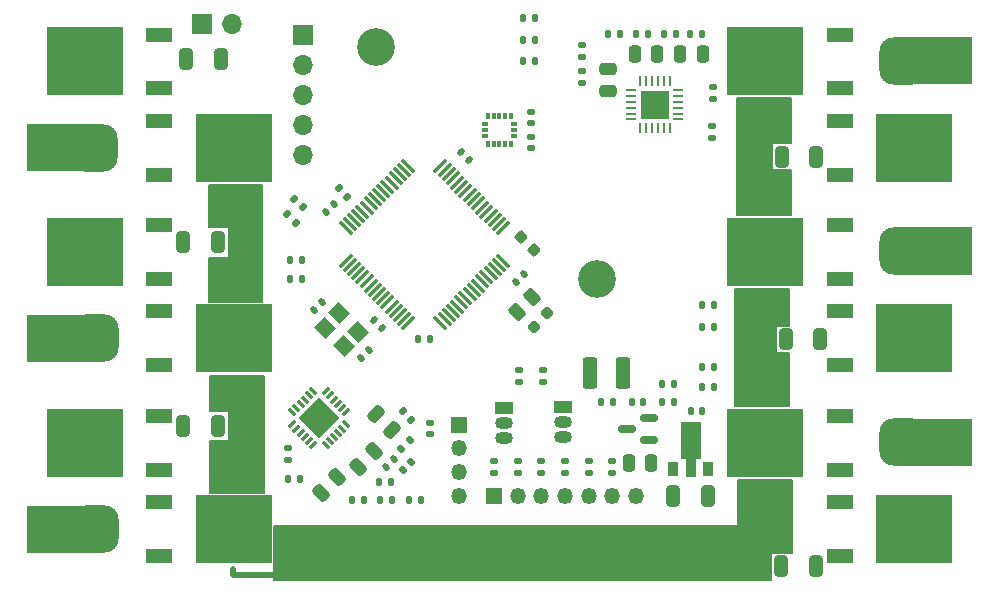
<source format=gbr>
%TF.GenerationSoftware,KiCad,Pcbnew,(6.0.5)*%
%TF.CreationDate,2023-08-08T13:01:53+01:00*%
%TF.ProjectId,Melty,4d656c74-792e-46b6-9963-61645f706362,rev?*%
%TF.SameCoordinates,Original*%
%TF.FileFunction,Soldermask,Top*%
%TF.FilePolarity,Negative*%
%FSLAX46Y46*%
G04 Gerber Fmt 4.6, Leading zero omitted, Abs format (unit mm)*
G04 Created by KiCad (PCBNEW (6.0.5)) date 2023-08-08 13:01:53*
%MOMM*%
%LPD*%
G01*
G04 APERTURE LIST*
G04 Aperture macros list*
%AMRoundRect*
0 Rectangle with rounded corners*
0 $1 Rounding radius*
0 $2 $3 $4 $5 $6 $7 $8 $9 X,Y pos of 4 corners*
0 Add a 4 corners polygon primitive as box body*
4,1,4,$2,$3,$4,$5,$6,$7,$8,$9,$2,$3,0*
0 Add four circle primitives for the rounded corners*
1,1,$1+$1,$2,$3*
1,1,$1+$1,$4,$5*
1,1,$1+$1,$6,$7*
1,1,$1+$1,$8,$9*
0 Add four rect primitives between the rounded corners*
20,1,$1+$1,$2,$3,$4,$5,0*
20,1,$1+$1,$4,$5,$6,$7,0*
20,1,$1+$1,$6,$7,$8,$9,0*
20,1,$1+$1,$8,$9,$2,$3,0*%
%AMRotRect*
0 Rectangle, with rotation*
0 The origin of the aperture is its center*
0 $1 length*
0 $2 width*
0 $3 Rotation angle, in degrees counterclockwise*
0 Add horizontal line*
21,1,$1,$2,0,0,$3*%
%AMFreePoly0*
4,1,9,3.862500,-0.866500,0.737500,-0.866500,0.737500,-0.450000,-0.737500,-0.450000,-0.737500,0.450000,0.737500,0.450000,0.737500,0.866500,3.862500,0.866500,3.862500,-0.866500,3.862500,-0.866500,$1*%
G04 Aperture macros list end*
%ADD10C,0.500000*%
%ADD11C,0.150000*%
%ADD12RoundRect,0.250000X-0.475000X0.250000X-0.475000X-0.250000X0.475000X-0.250000X0.475000X0.250000X0*%
%ADD13RoundRect,0.135000X0.135000X0.185000X-0.135000X0.185000X-0.135000X-0.185000X0.135000X-0.185000X0*%
%ADD14RoundRect,0.218750X0.026517X-0.335876X0.335876X-0.026517X-0.026517X0.335876X-0.335876X0.026517X0*%
%ADD15RoundRect,0.135000X0.035355X-0.226274X0.226274X-0.035355X-0.035355X0.226274X-0.226274X0.035355X0*%
%ADD16RoundRect,0.250000X0.512652X0.159099X0.159099X0.512652X-0.512652X-0.159099X-0.159099X-0.512652X0*%
%ADD17RoundRect,0.135000X-0.135000X-0.185000X0.135000X-0.185000X0.135000X0.185000X-0.135000X0.185000X0*%
%ADD18RoundRect,0.250000X0.250000X0.475000X-0.250000X0.475000X-0.250000X-0.475000X0.250000X-0.475000X0*%
%ADD19R,2.200000X1.200000*%
%ADD20R,6.400000X5.800000*%
%ADD21RoundRect,0.140000X-0.140000X-0.170000X0.140000X-0.170000X0.140000X0.170000X-0.140000X0.170000X0*%
%ADD22RoundRect,0.135000X0.185000X-0.135000X0.185000X0.135000X-0.185000X0.135000X-0.185000X-0.135000X0*%
%ADD23RoundRect,0.135000X0.226274X0.035355X0.035355X0.226274X-0.226274X-0.035355X-0.035355X-0.226274X0*%
%ADD24RoundRect,0.140000X0.140000X0.170000X-0.140000X0.170000X-0.140000X-0.170000X0.140000X-0.170000X0*%
%ADD25RoundRect,0.135000X-0.185000X0.135000X-0.185000X-0.135000X0.185000X-0.135000X0.185000X0.135000X0*%
%ADD26RoundRect,0.250000X0.159099X-0.512652X0.512652X-0.159099X-0.159099X0.512652X-0.512652X0.159099X0*%
%ADD27R,1.350000X1.350000*%
%ADD28O,1.350000X1.350000*%
%ADD29RoundRect,0.225000X-0.335876X-0.017678X-0.017678X-0.335876X0.335876X0.017678X0.017678X0.335876X0*%
%ADD30RoundRect,0.140000X0.021213X-0.219203X0.219203X-0.021213X-0.021213X0.219203X-0.219203X0.021213X0*%
%ADD31R,1.700000X1.700000*%
%ADD32O,1.700000X1.700000*%
%ADD33RoundRect,1.200000X-0.800000X-0.800000X0.800000X-0.800000X0.800000X0.800000X-0.800000X0.800000X0*%
%ADD34RoundRect,0.150000X0.587500X0.150000X-0.587500X0.150000X-0.587500X-0.150000X0.587500X-0.150000X0*%
%ADD35RoundRect,0.250000X-0.325000X-0.650000X0.325000X-0.650000X0.325000X0.650000X-0.325000X0.650000X0*%
%ADD36RoundRect,0.140000X-0.021213X0.219203X-0.219203X0.021213X0.021213X-0.219203X0.219203X-0.021213X0*%
%ADD37C,3.200000*%
%ADD38R,0.900000X1.300000*%
%ADD39FreePoly0,90.000000*%
%ADD40RoundRect,0.250000X0.325000X0.650000X-0.325000X0.650000X-0.325000X-0.650000X0.325000X-0.650000X0*%
%ADD41RoundRect,0.140000X0.170000X-0.140000X0.170000X0.140000X-0.170000X0.140000X-0.170000X-0.140000X0*%
%ADD42RoundRect,0.135000X-0.226274X-0.035355X-0.035355X-0.226274X0.226274X0.035355X0.035355X0.226274X0*%
%ADD43RoundRect,0.062500X-0.274004X0.185616X0.185616X-0.274004X0.274004X-0.185616X-0.185616X0.274004X0*%
%ADD44RoundRect,0.062500X-0.274004X-0.185616X-0.185616X-0.274004X0.274004X0.185616X0.185616X0.274004X0*%
%ADD45RotRect,2.450000X2.450000X315.000000*%
%ADD46RoundRect,0.062500X0.062500X-0.325000X0.062500X0.325000X-0.062500X0.325000X-0.062500X-0.325000X0*%
%ADD47RoundRect,0.062500X0.325000X-0.062500X0.325000X0.062500X-0.325000X0.062500X-0.325000X-0.062500X0*%
%ADD48R,2.450000X2.450000*%
%ADD49RoundRect,0.250000X0.375000X1.075000X-0.375000X1.075000X-0.375000X-1.075000X0.375000X-1.075000X0*%
%ADD50RoundRect,0.140000X-0.219203X-0.021213X-0.021213X-0.219203X0.219203X0.021213X0.021213X0.219203X0*%
%ADD51RoundRect,0.140000X0.219203X0.021213X0.021213X0.219203X-0.219203X-0.021213X-0.021213X-0.219203X0*%
%ADD52RoundRect,0.250000X0.132583X-0.503814X0.503814X-0.132583X-0.132583X0.503814X-0.503814X0.132583X0*%
%ADD53RoundRect,0.075000X-0.441942X-0.548008X0.548008X0.441942X0.441942X0.548008X-0.548008X-0.441942X0*%
%ADD54RoundRect,0.075000X0.441942X-0.548008X0.548008X-0.441942X-0.441942X0.548008X-0.548008X0.441942X0*%
%ADD55RotRect,1.400000X1.200000X315.000000*%
%ADD56R,1.500000X1.050000*%
%ADD57O,1.500000X1.050000*%
%ADD58RoundRect,0.140000X-0.170000X0.140000X-0.170000X-0.140000X0.170000X-0.140000X0.170000X0.140000X0*%
%ADD59R,0.300000X0.600000*%
%ADD60R,0.600000X0.300000*%
G04 APERTURE END LIST*
D10*
X83464400Y-94640400D02*
X83464400Y-94183200D01*
D11*
G36*
X85915500Y-71526400D02*
G01*
X81368900Y-71526400D01*
X81368900Y-67800000D01*
X83100000Y-67800000D01*
X83100000Y-65200000D01*
X81368900Y-65200000D01*
X81368900Y-61620400D01*
X85915500Y-61620400D01*
X85915500Y-71526400D01*
G37*
X85915500Y-71526400D02*
X81368900Y-71526400D01*
X81368900Y-67800000D01*
X83100000Y-67800000D01*
X83100000Y-65200000D01*
X81368900Y-65200000D01*
X81368900Y-61620400D01*
X85915500Y-61620400D01*
X85915500Y-71526400D01*
G36*
X130530600Y-73583800D02*
G01*
X129413000Y-73583800D01*
X129413000Y-75869800D01*
X130530600Y-75869800D01*
X130530600Y-80340200D01*
X125984000Y-80340200D01*
X125984000Y-70434200D01*
X130530600Y-70434200D01*
X130530600Y-73583800D01*
G37*
X130530600Y-73583800D02*
X129413000Y-73583800D01*
X129413000Y-75869800D01*
X130530600Y-75869800D01*
X130530600Y-80340200D01*
X125984000Y-80340200D01*
X125984000Y-70434200D01*
X130530600Y-70434200D01*
X130530600Y-73583800D01*
D10*
X87198200Y-94640400D02*
X83464400Y-94640400D01*
D11*
G36*
X130670300Y-58115200D02*
G01*
X129108200Y-58115200D01*
X129082800Y-60401200D01*
X130670300Y-60401200D01*
X130670300Y-64211200D01*
X126123700Y-64211200D01*
X126123700Y-54305200D01*
X130670300Y-54305200D01*
X130670300Y-58115200D01*
G37*
X130670300Y-58115200D02*
X129108200Y-58115200D01*
X129082800Y-60401200D01*
X130670300Y-60401200D01*
X130670300Y-64211200D01*
X126123700Y-64211200D01*
X126123700Y-54305200D01*
X130670300Y-54305200D01*
X130670300Y-58115200D01*
G36*
X130733800Y-92811600D02*
G01*
X129006600Y-92811600D01*
X129006600Y-95097600D01*
X126199900Y-95097600D01*
X126199900Y-86639400D01*
X130746500Y-86639400D01*
X130733800Y-92811600D01*
G37*
X130733800Y-92811600D02*
X129006600Y-92811600D01*
X129006600Y-95097600D01*
X126199900Y-95097600D01*
X126199900Y-86639400D01*
X130746500Y-86639400D01*
X130733800Y-92811600D01*
X86944200Y-90551000D02*
X126974600Y-90551000D01*
X126974600Y-90551000D02*
X126974600Y-95097600D01*
X126974600Y-95097600D02*
X86944200Y-95097600D01*
X86944200Y-95097600D02*
X86944200Y-90551000D01*
G36*
X86944200Y-90551000D02*
G01*
X126974600Y-90551000D01*
X126974600Y-95097600D01*
X86944200Y-95097600D01*
X86944200Y-90551000D01*
G37*
G36*
X86029800Y-87706200D02*
G01*
X81483200Y-87706200D01*
X81500000Y-83300000D01*
X83100000Y-83300000D01*
X83100000Y-80800000D01*
X81483200Y-80800000D01*
X81483200Y-77800200D01*
X86029800Y-77800200D01*
X86029800Y-87706200D01*
G37*
X86029800Y-87706200D02*
X81483200Y-87706200D01*
X81500000Y-83300000D01*
X83100000Y-83300000D01*
X83100000Y-80800000D01*
X81483200Y-80800000D01*
X81483200Y-77800200D01*
X86029800Y-77800200D01*
X86029800Y-87706200D01*
D12*
%TO.C,C16*%
X115214403Y-51805800D03*
X115214403Y-53705800D03*
%TD*%
D13*
%TO.C,R23*%
X118569200Y-48844200D03*
X117549200Y-48844200D03*
%TD*%
D14*
%TO.C,D2*%
X108895282Y-73640085D03*
X110008976Y-72526391D03*
%TD*%
D15*
%TO.C,R25*%
X97683376Y-83977424D03*
X98404624Y-83256176D03*
%TD*%
D13*
%TO.C,R19*%
X89283000Y-69621400D03*
X88263000Y-69621400D03*
%TD*%
D16*
%TO.C,C20*%
X96921751Y-82371751D03*
X95578249Y-81028249D03*
%TD*%
D17*
%TO.C,R17*%
X123137200Y-71780400D03*
X124157200Y-71780400D03*
%TD*%
D18*
%TO.C,C22*%
X119382979Y-50596800D03*
X117482979Y-50596800D03*
%TD*%
D19*
%TO.C,Q1*%
X134800000Y-53480000D03*
D20*
X128500000Y-51200000D03*
D19*
X134800000Y-48920000D03*
%TD*%
D21*
%TO.C,C29*%
X98370000Y-88300000D03*
X99330000Y-88300000D03*
%TD*%
D22*
%TO.C,R34*%
X105550000Y-86010000D03*
X105550000Y-84990000D03*
%TD*%
D23*
%TO.C,R13*%
X89362224Y-63530424D03*
X88640976Y-62809176D03*
%TD*%
D24*
%TO.C,C3*%
X118180000Y-80000000D03*
X117220000Y-80000000D03*
%TD*%
D25*
%TO.C,R6*%
X124053600Y-53363400D03*
X124053600Y-54383400D03*
%TD*%
D26*
%TO.C,C21*%
X90895249Y-87742951D03*
X92238751Y-86399449D03*
%TD*%
D13*
%TO.C,R30*%
X120982200Y-48844200D03*
X119962200Y-48844200D03*
%TD*%
D27*
%TO.C,J13*%
X105550000Y-87950000D03*
D28*
X107550000Y-87950000D03*
X109550000Y-87950000D03*
X111550000Y-87950000D03*
X113550000Y-87950000D03*
X115550000Y-87950000D03*
X117550000Y-87950000D03*
%TD*%
D21*
%TO.C,C5*%
X114620000Y-80000000D03*
X115580000Y-80000000D03*
%TD*%
D29*
%TO.C,C9*%
X107833792Y-66076192D03*
X108929808Y-67172208D03*
%TD*%
D30*
%TO.C,C31*%
X96360589Y-85539411D03*
X97039411Y-84860589D03*
%TD*%
D13*
%TO.C,R4*%
X120810000Y-80000000D03*
X119790000Y-80000000D03*
%TD*%
D18*
%TO.C,C19*%
X123200204Y-50596800D03*
X121300204Y-50596800D03*
%TD*%
D25*
%TO.C,R15*%
X88138000Y-83919600D03*
X88138000Y-84939600D03*
%TD*%
D22*
%TO.C,R35*%
X107550000Y-86010000D03*
X107550000Y-84990000D03*
%TD*%
D31*
%TO.C,J11*%
X80792000Y-48031800D03*
D32*
X83332000Y-48031800D03*
%TD*%
D13*
%TO.C,R18*%
X89283000Y-68021200D03*
X88263000Y-68021200D03*
%TD*%
D22*
%TO.C,R36*%
X109550000Y-86010000D03*
X109550000Y-84990000D03*
%TD*%
D24*
%TO.C,C11*%
X100098800Y-74701400D03*
X99138800Y-74701400D03*
%TD*%
D33*
%TO.C,*%
X71750000Y-90800000D03*
%TD*%
D21*
%TO.C,C7*%
X122220000Y-80800000D03*
X123180000Y-80800000D03*
%TD*%
D31*
%TO.C,J1*%
X89408000Y-49001600D03*
D32*
X89408000Y-51541600D03*
X89408000Y-54081600D03*
X89408000Y-56621600D03*
X89408000Y-59161600D03*
%TD*%
D34*
%TO.C,U1*%
X118637500Y-83250000D03*
X118637500Y-81350000D03*
X116762500Y-82300000D03*
%TD*%
D35*
%TO.C,C26*%
X130222200Y-74726800D03*
X133172200Y-74726800D03*
%TD*%
D22*
%TO.C,R28*%
X112979200Y-50827400D03*
X112979200Y-49807400D03*
%TD*%
D36*
%TO.C,C13*%
X108060811Y-69154989D03*
X107381989Y-69833811D03*
%TD*%
D37*
%TO.C,REF\u002A\u002A*%
X114223800Y-69621400D03*
%TD*%
D38*
%TO.C,U10*%
X120699400Y-85687500D03*
D39*
X122199400Y-85600000D03*
D38*
X123699400Y-85687500D03*
%TD*%
D19*
%TO.C,Q5*%
X134800000Y-85780000D03*
D20*
X128500000Y-83500000D03*
D19*
X134800000Y-81220000D03*
%TD*%
D17*
%TO.C,R16*%
X123137200Y-73685400D03*
X124157200Y-73685400D03*
%TD*%
D13*
%TO.C,R24*%
X123192000Y-48844199D03*
X122172000Y-48844199D03*
%TD*%
D40*
%TO.C,C18*%
X82145400Y-66497200D03*
X79195400Y-66497200D03*
%TD*%
D25*
%TO.C,R2*%
X109700000Y-77290000D03*
X109700000Y-78310000D03*
%TD*%
D23*
%TO.C,R12*%
X88752624Y-64876624D03*
X88031376Y-64155376D03*
%TD*%
D19*
%TO.C,Q9*%
X77200000Y-88520000D03*
D20*
X83500000Y-90800000D03*
D19*
X77200000Y-93080000D03*
%TD*%
D15*
%TO.C,R32*%
X97810376Y-85831624D03*
X98531624Y-85110376D03*
%TD*%
D41*
%TO.C,C14*%
X108686600Y-56436200D03*
X108686600Y-55476200D03*
%TD*%
D25*
%TO.C,R7*%
X123977400Y-56665400D03*
X123977400Y-57685400D03*
%TD*%
D26*
%TO.C,C23*%
X94019449Y-85558551D03*
X95362951Y-84215049D03*
%TD*%
D18*
%TO.C,C1*%
X118850000Y-85200000D03*
X116950000Y-85200000D03*
%TD*%
D33*
%TO.C,*%
X140200000Y-83450000D03*
%TD*%
D30*
%TO.C,C10*%
X91303789Y-63941011D03*
X91982611Y-63262189D03*
%TD*%
D19*
%TO.C,Q8*%
X77200000Y-53480000D03*
D20*
X70900000Y-51200000D03*
D19*
X77200000Y-48920000D03*
%TD*%
%TO.C,Q11*%
X134800000Y-69630000D03*
D20*
X128500000Y-67350000D03*
D19*
X134800000Y-65070000D03*
%TD*%
D35*
%TO.C,C6*%
X120725000Y-88000000D03*
X123675000Y-88000000D03*
%TD*%
D27*
%TO.C,J12*%
X102550000Y-81950000D03*
D28*
X102550000Y-83950000D03*
X102550000Y-85950000D03*
X102550000Y-87950000D03*
%TD*%
D37*
%TO.C,REF\u002A\u002A*%
X95529400Y-49936400D03*
%TD*%
D19*
%TO.C,Q14*%
X77200000Y-69630000D03*
D20*
X70900000Y-67350000D03*
D19*
X77200000Y-65070000D03*
%TD*%
D42*
%TO.C,R31*%
X97810376Y-80817776D03*
X98531624Y-81539024D03*
%TD*%
D40*
%TO.C,C17*%
X82424800Y-51028600D03*
X79474800Y-51028600D03*
%TD*%
D35*
%TO.C,C25*%
X129893800Y-59258200D03*
X132843800Y-59258200D03*
%TD*%
D19*
%TO.C,Q12*%
X134800000Y-72370000D03*
D20*
X141100000Y-74650000D03*
D19*
X134800000Y-76930000D03*
%TD*%
%TO.C,Q7*%
X77200000Y-56220000D03*
D20*
X83500000Y-58500000D03*
D19*
X77200000Y-60780000D03*
%TD*%
D24*
%TO.C,C30*%
X108980000Y-51200000D03*
X108020000Y-51200000D03*
%TD*%
D43*
%TO.C,U7*%
X90232709Y-79117742D03*
X89879155Y-79471295D03*
X89525602Y-79824849D03*
X89172049Y-80178402D03*
X88818495Y-80531955D03*
X88464942Y-80885509D03*
D44*
X88464942Y-81928491D03*
X88818495Y-82282045D03*
X89172049Y-82635598D03*
X89525602Y-82989151D03*
X89879155Y-83342705D03*
X90232709Y-83696258D03*
D43*
X91275691Y-83696258D03*
X91629245Y-83342705D03*
X91982798Y-82989151D03*
X92336351Y-82635598D03*
X92689905Y-82282045D03*
X93043458Y-81928491D03*
D44*
X93043458Y-80885509D03*
X92689905Y-80531955D03*
X92336351Y-80178402D03*
X91982798Y-79824849D03*
X91629245Y-79471295D03*
X91275691Y-79117742D03*
D45*
X90754200Y-81407000D03*
%TD*%
D17*
%TO.C,R5*%
X119790000Y-78500000D03*
X120810000Y-78500000D03*
%TD*%
D46*
%TO.C,U4*%
X117901400Y-56851500D03*
X118401400Y-56851500D03*
X118901400Y-56851500D03*
X119401400Y-56851500D03*
X119901400Y-56851500D03*
X120401400Y-56851500D03*
D47*
X121138900Y-56114000D03*
X121138900Y-55614000D03*
X121138900Y-55114000D03*
X121138900Y-54614000D03*
X121138900Y-54114000D03*
X121138900Y-53614000D03*
D46*
X120401400Y-52876500D03*
X119901400Y-52876500D03*
X119401400Y-52876500D03*
X118901400Y-52876500D03*
X118401400Y-52876500D03*
X117901400Y-52876500D03*
D47*
X117163900Y-53614000D03*
X117163900Y-54114000D03*
X117163900Y-54614000D03*
X117163900Y-55114000D03*
X117163900Y-55614000D03*
X117163900Y-56114000D03*
D48*
X119151400Y-54864000D03*
%TD*%
D25*
%TO.C,R21*%
X107700000Y-77290000D03*
X107700000Y-78310000D03*
%TD*%
D19*
%TO.C,Q6*%
X134800000Y-88520000D03*
D20*
X141100000Y-90800000D03*
D19*
X134800000Y-93080000D03*
%TD*%
D17*
%TO.C,R11*%
X123137200Y-78765400D03*
X124157200Y-78765400D03*
%TD*%
D13*
%TO.C,R14*%
X89105200Y-86563200D03*
X88085200Y-86563200D03*
%TD*%
D49*
%TO.C,L1*%
X116500000Y-77600000D03*
X113700000Y-77600000D03*
%TD*%
D23*
%TO.C,R1*%
X93121424Y-62641424D03*
X92400176Y-61920176D03*
%TD*%
D17*
%TO.C,R26*%
X95783400Y-86766400D03*
X96803400Y-86766400D03*
%TD*%
D50*
%TO.C,C12*%
X102760589Y-58860589D03*
X103439411Y-59539411D03*
%TD*%
D33*
%TO.C,REF\u002A\u002A*%
X140200000Y-67250000D03*
%TD*%
D13*
%TO.C,R29*%
X116207000Y-48844200D03*
X115187000Y-48844200D03*
%TD*%
D51*
%TO.C,C8*%
X96021211Y-73796211D03*
X95342389Y-73117389D03*
%TD*%
D52*
%TO.C,R3*%
X107477815Y-72435318D03*
X108768285Y-71144848D03*
%TD*%
D22*
%TO.C,R20*%
X115550000Y-86010000D03*
X115550000Y-84990000D03*
%TD*%
D19*
%TO.C,Q10*%
X77200000Y-85780000D03*
D20*
X70900000Y-83500000D03*
D19*
X77200000Y-81220000D03*
%TD*%
D33*
%TO.C,*%
X140150000Y-51150000D03*
%TD*%
D22*
%TO.C,R22*%
X113004600Y-53037200D03*
X113004600Y-52017200D03*
%TD*%
D53*
%TO.C,U3*%
X92979719Y-68061581D03*
X93333272Y-68415134D03*
X93686825Y-68768687D03*
X94040379Y-69122241D03*
X94393932Y-69475794D03*
X94747486Y-69829348D03*
X95101039Y-70182901D03*
X95454592Y-70536454D03*
X95808146Y-70890008D03*
X96161699Y-71243561D03*
X96515252Y-71597114D03*
X96868806Y-71950668D03*
X97222359Y-72304221D03*
X97575913Y-72657775D03*
X97929466Y-73011328D03*
X98283019Y-73364881D03*
D54*
X101005381Y-73364881D03*
X101358934Y-73011328D03*
X101712487Y-72657775D03*
X102066041Y-72304221D03*
X102419594Y-71950668D03*
X102773148Y-71597114D03*
X103126701Y-71243561D03*
X103480254Y-70890008D03*
X103833808Y-70536454D03*
X104187361Y-70182901D03*
X104540914Y-69829348D03*
X104894468Y-69475794D03*
X105248021Y-69122241D03*
X105601575Y-68768687D03*
X105955128Y-68415134D03*
X106308681Y-68061581D03*
D53*
X106308681Y-65339219D03*
X105955128Y-64985666D03*
X105601575Y-64632113D03*
X105248021Y-64278559D03*
X104894468Y-63925006D03*
X104540914Y-63571452D03*
X104187361Y-63217899D03*
X103833808Y-62864346D03*
X103480254Y-62510792D03*
X103126701Y-62157239D03*
X102773148Y-61803686D03*
X102419594Y-61450132D03*
X102066041Y-61096579D03*
X101712487Y-60743025D03*
X101358934Y-60389472D03*
X101005381Y-60035919D03*
D54*
X98283019Y-60035919D03*
X97929466Y-60389472D03*
X97575913Y-60743025D03*
X97222359Y-61096579D03*
X96868806Y-61450132D03*
X96515252Y-61803686D03*
X96161699Y-62157239D03*
X95808146Y-62510792D03*
X95454592Y-62864346D03*
X95101039Y-63217899D03*
X94747486Y-63571452D03*
X94393932Y-63925006D03*
X94040379Y-64278559D03*
X93686825Y-64632113D03*
X93333272Y-64985666D03*
X92979719Y-65339219D03*
%TD*%
D17*
%TO.C,R10*%
X123137200Y-77038200D03*
X124157200Y-77038200D03*
%TD*%
D55*
%TO.C,X1*%
X91254942Y-73737223D03*
X92810577Y-75292858D03*
X94012658Y-74090777D03*
X92457023Y-72535142D03*
%TD*%
D33*
%TO.C,*%
X71750000Y-74650000D03*
%TD*%
D30*
%TO.C,C2*%
X90272065Y-72231087D03*
X90950887Y-71552265D03*
%TD*%
D22*
%TO.C,R8*%
X111550000Y-86010000D03*
X111550000Y-84990000D03*
%TD*%
D56*
%TO.C,Q4*%
X106400000Y-80500000D03*
D57*
X106400000Y-81770000D03*
X106400000Y-83040000D03*
%TD*%
D19*
%TO.C,Q13*%
X77200000Y-72370000D03*
D20*
X83500000Y-74650000D03*
D19*
X77200000Y-76930000D03*
%TD*%
D24*
%TO.C,C32*%
X108980000Y-49350000D03*
X108020000Y-49350000D03*
%TD*%
D58*
%TO.C,C33*%
X100100000Y-81770000D03*
X100100000Y-82730000D03*
%TD*%
D59*
%TO.C,AC1*%
X107000000Y-55797600D03*
X106500000Y-55797600D03*
X106000000Y-55797600D03*
X105500000Y-55797600D03*
X105000000Y-55797600D03*
D60*
X104800000Y-56497600D03*
X104800000Y-56997600D03*
X104800000Y-57497600D03*
D59*
X105000000Y-58197600D03*
X105500000Y-58197600D03*
X106000000Y-58197600D03*
X106500000Y-58197600D03*
X107000000Y-58197600D03*
D60*
X107200000Y-57497600D03*
X107200000Y-56997600D03*
X107200000Y-56497600D03*
%TD*%
D24*
%TO.C,C28*%
X108980000Y-47500000D03*
X108020000Y-47500000D03*
%TD*%
D58*
%TO.C,C15*%
X108686600Y-57559000D03*
X108686600Y-58519000D03*
%TD*%
D40*
%TO.C,C24*%
X82170800Y-82042000D03*
X79220800Y-82042000D03*
%TD*%
D17*
%TO.C,R33*%
X95908400Y-88290400D03*
X96928400Y-88290400D03*
%TD*%
D19*
%TO.C,Q2*%
X134800000Y-56220000D03*
D20*
X141100000Y-58500000D03*
D19*
X134800000Y-60780000D03*
%TD*%
D33*
%TO.C,*%
X71700000Y-58500000D03*
%TD*%
D35*
%TO.C,C27*%
X129815800Y-93954600D03*
X132765800Y-93954600D03*
%TD*%
D30*
%TO.C,C4*%
X94316715Y-76275737D03*
X94995537Y-75596915D03*
%TD*%
D22*
%TO.C,R9*%
X113550000Y-86010000D03*
X113550000Y-84990000D03*
%TD*%
D56*
%TO.C,Q3*%
X111390000Y-80480000D03*
D57*
X111390000Y-81750000D03*
X111390000Y-83020000D03*
%TD*%
D17*
%TO.C,R27*%
X93495400Y-88290400D03*
X94515400Y-88290400D03*
%TD*%
G36*
X71746573Y-88803427D02*
G01*
X71750000Y-88811700D01*
X71750000Y-92788300D01*
X71746573Y-92796573D01*
X71738300Y-92800000D01*
X66011700Y-92800000D01*
X66003427Y-92796573D01*
X66000000Y-92788300D01*
X66000000Y-88811700D01*
X66003427Y-88803427D01*
X66011700Y-88800000D01*
X71738300Y-88800000D01*
X71746573Y-88803427D01*
G37*
G36*
X145996573Y-81453427D02*
G01*
X146000000Y-81461700D01*
X146000000Y-85438300D01*
X145996573Y-85446573D01*
X145988300Y-85450000D01*
X140211700Y-85450000D01*
X140203427Y-85446573D01*
X140200000Y-85438300D01*
X140200000Y-81461700D01*
X140203427Y-81453427D01*
X140211700Y-81450000D01*
X145988300Y-81450000D01*
X145996573Y-81453427D01*
G37*
G36*
X71796573Y-72653427D02*
G01*
X71800000Y-72661700D01*
X71800000Y-76638300D01*
X71796573Y-76646573D01*
X71788300Y-76650000D01*
X66011700Y-76650000D01*
X66003427Y-76646573D01*
X66000000Y-76638300D01*
X66000000Y-72661700D01*
X66003427Y-72653427D01*
X66011700Y-72650000D01*
X71788300Y-72650000D01*
X71796573Y-72653427D01*
G37*
G36*
X71796573Y-56503427D02*
G01*
X71800000Y-56511700D01*
X71800000Y-60488300D01*
X71796573Y-60496573D01*
X71788300Y-60500000D01*
X66011700Y-60500000D01*
X66003427Y-60496573D01*
X66000000Y-60488300D01*
X66000000Y-56511700D01*
X66003427Y-56503427D01*
X66011700Y-56500000D01*
X71788300Y-56500000D01*
X71796573Y-56503427D01*
G37*
G36*
X145996573Y-49153427D02*
G01*
X146000000Y-49161700D01*
X146000000Y-53138300D01*
X145996573Y-53146573D01*
X145988300Y-53150000D01*
X140211700Y-53150000D01*
X140203427Y-53146573D01*
X140200000Y-53138300D01*
X140200000Y-49161700D01*
X140203427Y-49153427D01*
X140211700Y-49150000D01*
X145988300Y-49150000D01*
X145996573Y-49153427D01*
G37*
G36*
X145996573Y-65253427D02*
G01*
X146000000Y-65261700D01*
X146000000Y-69238300D01*
X145996573Y-69246573D01*
X145988300Y-69250000D01*
X140211700Y-69250000D01*
X140203427Y-69246573D01*
X140200000Y-69238300D01*
X140200000Y-65261700D01*
X140203427Y-65253427D01*
X140211700Y-65250000D01*
X145988300Y-65250000D01*
X145996573Y-65253427D01*
G37*
M02*

</source>
